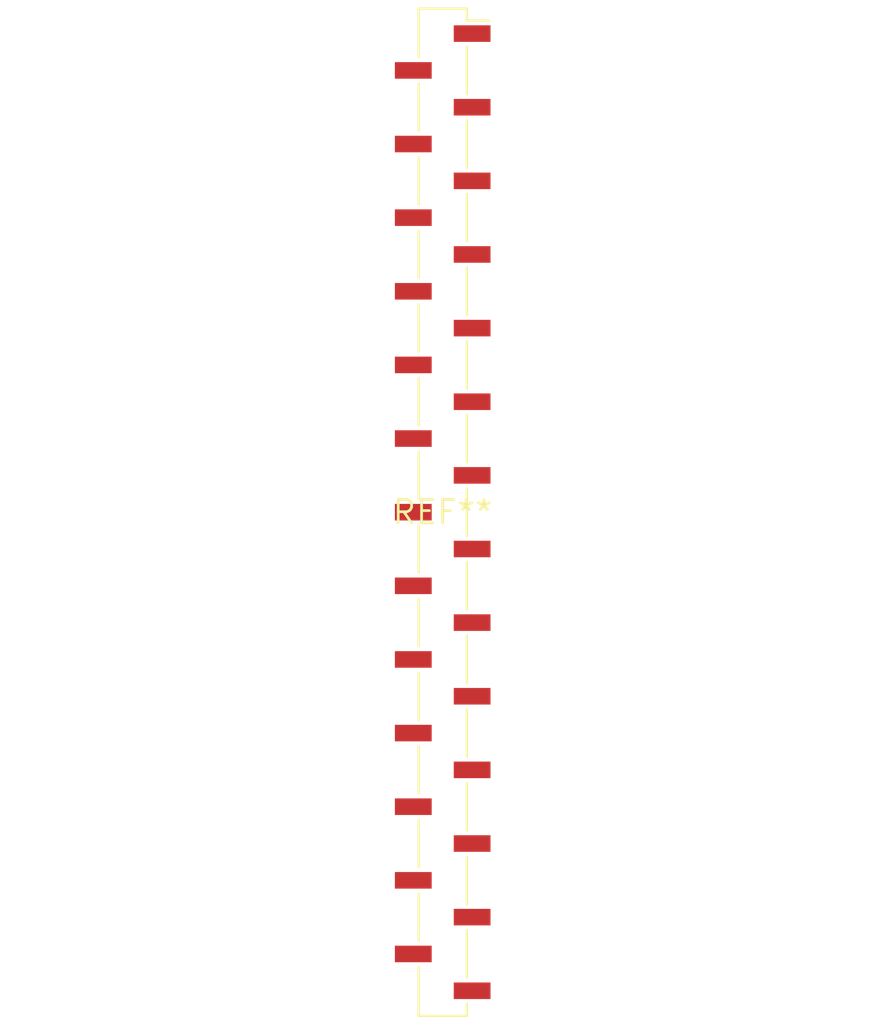
<source format=kicad_pcb>
(kicad_pcb (version 20240108) (generator pcbnew)
  (layers (0 "F.Cu" signal) (31 "B.Cu" signal) (34 "B.Paste" user) (35 "F.Paste" user) (36 "B.SilkS" user "B.Silkscreen") (37 "F.SilkS" user "F.Silkscreen") (38 "B.Mask" user) (39 "F.Mask" user) (44 "Edge.Cuts" user))
  (net 0 "")
  (footprint "PinSocket_1x27_P2.00mm_Vertical_SMD_Pin1Right" (layer "F.Cu") (at 0 0)
    (property "Reference" "REF**")
    (property "Value" "PinSocket_1x27_P2.00mm_Vertical_SMD_Pin1Right")
    (fp_line (start -1.31 -27.36) (end -1.31 -24.71) (layer "F.SilkS") (stroke (width 0.12)))
    (fp_line (start -1.31 -27.36) (end 1.31 -27.36) (layer "F.SilkS") (stroke (width 0.12)))
    (fp_line (start -1.31 -23.29) (end -1.31 -20.71) (layer "F.SilkS") (stroke (width 0.12)))
    (fp_line (start -1.31 -19.29) (end -1.31 -16.71) (layer "F.SilkS") (stroke (width 0.12)))
    (fp_line (start -1.31 -15.29) (end -1.31 -12.71) (layer "F.SilkS") (stroke (width 0.12)))
    (fp_line (start -1.31 -11.29) (end -1.31 -8.71) (layer "F.SilkS") (stroke (width 0.12)))
    (fp_line (start -1.31 -7.29) (end -1.31 -4.71) (layer "F.SilkS") (stroke (width 0.12)))
    (fp_line (start -1.31 -3.29) (end -1.31 -0.71) (layer "F.SilkS") (stroke (width 0.12)))
    (fp_line (start -1.31 0.71) (end -1.31 3.29) (layer "F.SilkS") (stroke (width 0.12)))
    (fp_line (start -1.31 4.71) (end -1.31 7.29) (layer "F.SilkS") (stroke (width 0.12)))
    (fp_line (start -1.31 8.71) (end -1.31 11.29) (layer "F.SilkS") (stroke (width 0.12)))
    (fp_line (start -1.31 12.71) (end -1.31 15.29) (layer "F.SilkS") (stroke (width 0.12)))
    (fp_line (start -1.31 16.71) (end -1.31 19.29) (layer "F.SilkS") (stroke (width 0.12)))
    (fp_line (start -1.31 20.71) (end -1.31 23.29) (layer "F.SilkS") (stroke (width 0.12)))
    (fp_line (start -1.31 24.71) (end -1.31 27.36) (layer "F.SilkS") (stroke (width 0.12)))
    (fp_line (start -1.31 27.36) (end 1.31 27.36) (layer "F.SilkS") (stroke (width 0.12)))
    (fp_line (start 1.31 -27.36) (end 1.31 -26.71) (layer "F.SilkS") (stroke (width 0.12)))
    (fp_line (start 1.31 -26.71) (end 2.54 -26.71) (layer "F.SilkS") (stroke (width 0.12)))
    (fp_line (start 1.31 -25.29) (end 1.31 -22.71) (layer "F.SilkS") (stroke (width 0.12)))
    (fp_line (start 1.31 -21.29) (end 1.31 -18.71) (layer "F.SilkS") (stroke (width 0.12)))
    (fp_line (start 1.31 -17.29) (end 1.31 -14.71) (layer "F.SilkS") (stroke (width 0.12)))
    (fp_line (start 1.31 -13.29) (end 1.31 -10.71) (layer "F.SilkS") (stroke (width 0.12)))
    (fp_line (start 1.31 -9.29) (end 1.31 -6.71) (layer "F.SilkS") (stroke (width 0.12)))
    (fp_line (start 1.31 -5.29) (end 1.31 -2.71) (layer "F.SilkS") (stroke (width 0.12)))
    (fp_line (start 1.31 -1.29) (end 1.31 1.29) (layer "F.SilkS") (stroke (width 0.12)))
    (fp_line (start 1.31 2.71) (end 1.31 5.29) (layer "F.SilkS") (stroke (width 0.12)))
    (fp_line (start 1.31 6.71) (end 1.31 9.29) (layer "F.SilkS") (stroke (width 0.12)))
    (fp_line (start 1.31 10.71) (end 1.31 13.29) (layer "F.SilkS") (stroke (width 0.12)))
    (fp_line (start 1.31 14.71) (end 1.31 17.29) (layer "F.SilkS") (stroke (width 0.12)))
    (fp_line (start 1.31 18.71) (end 1.31 21.29) (layer "F.SilkS") (stroke (width 0.12)))
    (fp_line (start 1.31 22.71) (end 1.31 25.29) (layer "F.SilkS") (stroke (width 0.12)))
    (fp_line (start 1.31 26.71) (end 1.31 27.36) (layer "F.SilkS") (stroke (width 0.12)))
    (pad "1" smd rect (at 1.6 -26) (size 2 0.9) (layers "F.Cu" "F.Paste" "F.Mask"))
    (pad "2" smd rect (at -1.6 -24) (size 2 0.9) (layers "F.Cu" "F.Paste" "F.Mask"))
    (pad "3" smd rect (at 1.6 -22) (size 2 0.9) (layers "F.Cu" "F.Paste" "F.Mask"))
    (pad "4" smd rect (at -1.6 -20) (size 2 0.9) (layers "F.Cu" "F.Paste" "F.Mask"))
    (pad "5" smd rect (at 1.6 -18) (size 2 0.9) (layers "F.Cu" "F.Paste" "F.Mask"))
    (pad "6" smd rect (at -1.6 -16) (size 2 0.9) (layers "F.Cu" "F.Paste" "F.Mask"))
    (pad "7" smd rect (at 1.6 -14) (size 2 0.9) (layers "F.Cu" "F.Paste" "F.Mask"))
    (pad "8" smd rect (at -1.6 -12) (size 2 0.9) (layers "F.Cu" "F.Paste" "F.Mask"))
    (pad "9" smd rect (at 1.6 -10) (size 2 0.9) (layers "F.Cu" "F.Paste" "F.Mask"))
    (pad "10" smd rect (at -1.6 -8) (size 2 0.9) (layers "F.Cu" "F.Paste" "F.Mask"))
    (pad "11" smd rect (at 1.6 -6) (size 2 0.9) (layers "F.Cu" "F.Paste" "F.Mask"))
    (pad "12" smd rect (at -1.6 -4) (size 2 0.9) (layers "F.Cu" "F.Paste" "F.Mask"))
    (pad "13" smd rect (at 1.6 -2) (size 2 0.9) (layers "F.Cu" "F.Paste" "F.Mask"))
    (pad "14" smd rect (at -1.6 0) (size 2 0.9) (layers "F.Cu" "F.Paste" "F.Mask"))
    (pad "15" smd rect (at 1.6 2) (size 2 0.9) (layers "F.Cu" "F.Paste" "F.Mask"))
    (pad "16" smd rect (at -1.6 4) (size 2 0.9) (layers "F.Cu" "F.Paste" "F.Mask"))
    (pad "17" smd rect (at 1.6 6) (size 2 0.9) (layers "F.Cu" "F.Paste" "F.Mask"))
    (pad "18" smd rect (at -1.6 8) (size 2 0.9) (layers "F.Cu" "F.Paste" "F.Mask"))
    (pad "19" smd rect (at 1.6 10) (size 2 0.9) (layers "F.Cu" "F.Paste" "F.Mask"))
    (pad "20" smd rect (at -1.6 12) (size 2 0.9) (layers "F.Cu" "F.Paste" "F.Mask"))
    (pad "21" smd rect (at 1.6 14) (size 2 0.9) (layers "F.Cu" "F.Paste" "F.Mask"))
    (pad "22" smd rect (at -1.6 16) (size 2 0.9) (layers "F.Cu" "F.Paste" "F.Mask"))
    (pad "23" smd rect (at 1.6 18) (size 2 0.9) (layers "F.Cu" "F.Paste" "F.Mask"))
    (pad "24" smd rect (at -1.6 20) (size 2 0.9) (layers "F.Cu" "F.Paste" "F.Mask"))
    (pad "25" smd rect (at 1.6 22) (size 2 0.9) (layers "F.Cu" "F.Paste" "F.Mask"))
    (pad "26" smd rect (at -1.6 24) (size 2 0.9) (layers "F.Cu" "F.Paste" "F.Mask"))
    (pad "27" smd rect (at 1.6 26) (size 2 0.9) (layers "F.Cu" "F.Paste" "F.Mask"))
  )
)
</source>
